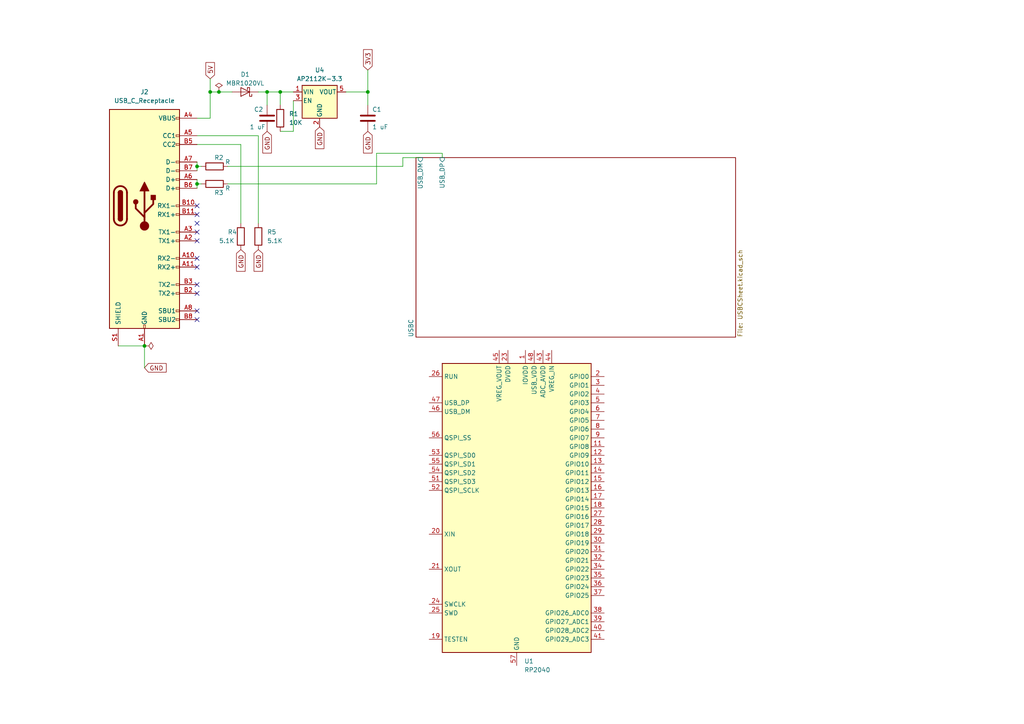
<source format=kicad_sch>
(kicad_sch (version 20230121) (generator eeschema)
  (paper "A4")
  (lib_symbols
    (symbol "Connector:USB_C_Receptacle" (pin_names (offset 1.016))
      (property "Reference" "J" (at -10.16 29.21 0))
      (property "Value" "USB_C_Receptacle" (at 10.16 29.21 0))
      (symbol "USB_C_Receptacle_0_0"
        (rectangle (start -0.254 -35.56) (end 0.254 -34.544))
        (rectangle (start 10.16 -32.766) (end 9.144 -33.274))
        (rectangle (start 10.16 -30.226) (end 9.144 -30.734))
        (rectangle (start 10.16 -25.146) (end 9.144 -25.654))
        (rectangle (start 10.16 -22.606) (end 9.144 -23.114))
        (rectangle (start 10.16 -17.526) (end 9.144 -18.034))
        (rectangle (start 10.16 -14.986) (end 9.144 -15.494))
        (rectangle (start 10.16 -9.906) (end 9.144 -10.414))
        (rectangle (start 10.16 -7.366) (end 9.144 -7.874))
        (rectangle (start 10.16 -2.286) (end 9.144 -2.794))
        (rectangle (start 10.16 0.254) (end 9.144 -0.254))
        (rectangle (start 10.16 5.334) (end 9.144 4.826))
        (rectangle (start 10.16 7.874) (end 9.144 7.366))
        (rectangle (start 10.16 10.414) (end 9.144 9.906))
        (rectangle (start 10.16 12.954) (end 9.144 12.446))
        (rectangle (start 10.16 18.034) (end 9.144 17.526))
        (rectangle (start 10.16 20.574) (end 9.144 20.066))
        (rectangle (start 10.16 25.654) (end 9.144 25.146))
      )
      (symbol "USB_C_Receptacle_0_1"
        (rectangle (start -10.16 27.94) (end 10.16 -35.56) (stroke (width 0.254)) (fill (type background)))
        (arc (start -8.89 -3.81) (mid -6.985 -5.7067) (end -5.08 -3.81) (stroke (width 0.508)))
        (arc (start -7.62 -3.81) (mid -6.985 -4.4423) (end -6.35 -3.81) (stroke (width 0.254)))
        (arc (start -7.62 -3.81) (mid -6.985 -4.4423) (end -6.35 -3.81) (stroke (width 0.254)) (fill (type outline)))
        (rectangle (start -7.62 -3.81) (end -6.35 3.81) (stroke (width 0.254)) (fill (type outline)))
        (arc (start -6.35 3.81) (mid -6.985 4.4423) (end -7.62 3.81) (stroke (width 0.254)))
        (arc (start -6.35 3.81) (mid -6.985 4.4423) (end -7.62 3.81) (stroke (width 0.254)) (fill (type outline)))
        (arc (start -5.08 3.81) (mid -6.985 5.7067) (end -8.89 3.81) (stroke (width 0.508)))
        (polyline (pts (xy -8.89 -3.81) (xy -8.89 3.81)) (stroke (width 0.508)))
        (polyline (pts (xy -5.08 3.81) (xy -5.08 -3.81)) (stroke (width 0.508)))
      )
      (symbol "USB_C_Receptacle_1_1"
        (circle (center -2.54 1.143) (radius 0.635) (stroke (width 0.254)) (fill (type outline)))
        (circle (center 0 -5.842) (radius 1.27) (fill (type outline)))
        (polyline (pts (xy 0 -5.842) (xy 0 4.318)) (stroke (width 0.508)))
        (polyline (pts (xy 0 -3.302) (xy -2.54 -0.762) (xy -2.54 0.508)) (stroke (width 0.508)))
        (polyline (pts (xy 0 -2.032) (xy 2.54 0.508) (xy 2.54 1.778)) (stroke (width 0.508)))
        (polyline (pts (xy -1.27 4.318) (xy 0 6.858) (xy 1.27 4.318) (xy -1.27 4.318)) (stroke (width 0.254)) (fill (type outline)))
        (rectangle (start 1.905 1.778) (end 3.175 3.048) (stroke (width 0.254)) (fill (type outline)))
        (pin passive line (at 0 -40.64 90) (length 5.08) (name "GND") (number "A1"))
        (pin bidirectional line (at 15.24 -15.24 180) (length 5.08) (name "RX2-") (number "A10"))
        (pin bidirectional line (at 15.24 -17.78 180) (length 5.08) (name "RX2+") (number "A11"))
        (pin passive line (at 0 -40.64 90) (length 5.08) hide (name "GND") (number "A12"))
        (pin bidirectional line (at 15.24 -10.16 180) (length 5.08) (name "TX1+") (number "A2"))
        (pin bidirectional line (at 15.24 -7.62 180) (length 5.08) (name "TX1-") (number "A3"))
        (pin passive line (at 15.24 25.4 180) (length 5.08) (name "VBUS") (number "A4"))
        (pin bidirectional line (at 15.24 20.32 180) (length 5.08) (name "CC1") (number "A5"))
        (pin bidirectional line (at 15.24 7.62 180) (length 5.08) (name "D+") (number "A6"))
        (pin bidirectional line (at 15.24 12.7 180) (length 5.08) (name "D-") (number "A7"))
        (pin bidirectional line (at 15.24 -30.48 180) (length 5.08) (name "SBU1") (number "A8"))
        (pin passive line (at 15.24 25.4 180) (length 5.08) hide (name "VBUS") (number "A9"))
        (pin passive line (at 0 -40.64 90) (length 5.08) hide (name "GND") (number "B1"))
        (pin bidirectional line (at 15.24 0 180) (length 5.08) (name "RX1-") (number "B10"))
        (pin bidirectional line (at 15.24 -2.54 180) (length 5.08) (name "RX1+") (number "B11"))
        (pin passive line (at 0 -40.64 90) (length 5.08) hide (name "GND") (number "B12"))
        (pin bidirectional line (at 15.24 -25.4 180) (length 5.08) (name "TX2+") (number "B2"))
        (pin bidirectional line (at 15.24 -22.86 180) (length 5.08) (name "TX2-") (number "B3"))
        (pin passive line (at 15.24 25.4 180) (length 5.08) hide (name "VBUS") (number "B4"))
        (pin bidirectional line (at 15.24 17.78 180) (length 5.08) (name "CC2") (number "B5"))
        (pin bidirectional line (at 15.24 5.08 180) (length 5.08) (name "D+") (number "B6"))
        (pin bidirectional line (at 15.24 10.16 180) (length 5.08) (name "D-") (number "B7"))
        (pin bidirectional line (at 15.24 -33.02 180) (length 5.08) (name "SBU2") (number "B8"))
        (pin passive line (at 15.24 25.4 180) (length 5.08) hide (name "VBUS") (number "B9"))
        (pin passive line (at -7.62 -40.64 90) (length 5.08) (name "SHIELD") (number "S1"))
      )
    )
    (symbol "Device:C" (pin_numbers hide) (pin_names (offset 0.254))
      (property "Reference" "C" (at 0.635 2.54 0))
      (property "Value" "C" (at 0.635 -2.54 0))
      (symbol "C_0_1"
        (polyline (pts (xy -2.032 -0.762) (xy 2.032 -0.762)) (stroke (width 0.508)))
        (polyline (pts (xy -2.032 0.762) (xy 2.032 0.762)) (stroke (width 0.508)))
      )
      (symbol "C_1_1"
        (pin passive line (at 0 3.81 270) (length 2.794) (name "~") (number "1"))
        (pin passive line (at 0 -3.81 90) (length 2.794) (name "~") (number "2"))
      )
    )
    (symbol "Device:R" (pin_numbers hide) (pin_names (offset 0))
      (property "Reference" "R" (at 2.032 0 90))
      (property "Value" "R" (at 0 0 90))
      (symbol "R_0_1"
        (rectangle (start -1.016 -2.54) (end 1.016 2.54) (stroke (width 0.254)))
      )
      (symbol "R_1_1"
        (pin passive line (at 0 3.81 270) (length 1.27) (name "~") (number "1"))
        (pin passive line (at 0 -3.81 90) (length 1.27) (name "~") (number "2"))
      )
    )
    (symbol "Diode:MBR1020VL" (pin_numbers hide) (pin_names hide)
      (property "Reference" "D" (at 0 2.54 0))
      (property "Value" "MBR1020VL" (at 0 -2.54 0))
      (symbol "MBR1020VL_0_1"
        (polyline (pts (xy 1.27 0) (xy -1.27 0)))
        (polyline (pts (xy 1.27 1.27) (xy 1.27 -1.27) (xy -1.27 0) (xy 1.27 1.27)) (stroke (width 0.2032)))
        (polyline (pts (xy -1.905 0.635) (xy -1.905 1.27) (xy -1.27 1.27) (xy -1.27 -1.27) (xy -0.635 -1.27) (xy -0.635 -0.635)) (stroke (width 0.2032)))
      )
      (symbol "MBR1020VL_1_1"
        (pin passive line (at -3.81 0 0) (length 2.54) (name "K") (number "1"))
        (pin passive line (at 3.81 0 180) (length 2.54) (name "A") (number "2"))
      )
    )
    (symbol "MCU_RaspberryPi:RP2040"
      (property "Reference" "U" (at 17.78 45.72 0))
      (property "Value" "RP2040" (at 17.78 43.18 0))
      (symbol "RP2040_0_1"
        (rectangle (start -21.59 41.91) (end 21.59 -41.91) (stroke (width 0.254)) (fill (type background)))
      )
      (symbol "RP2040_1_1"
        (pin power_in line (at 2.54 45.72 270) (length 3.81) (name "IOVDD") (number "1"))
        (pin passive line (at 2.54 45.72 270) (length 3.81) hide (name "IOVDD") (number "10"))
        (pin bidirectional line (at 25.4 17.78 180) (length 3.81) (name "GPIO8") (number "11"))
        (pin bidirectional line (at 25.4 15.24 180) (length 3.81) (name "GPIO9") (number "12"))
        (pin bidirectional line (at 25.4 12.7 180) (length 3.81) (name "GPIO10") (number "13"))
        (pin bidirectional line (at 25.4 10.16 180) (length 3.81) (name "GPIO11") (number "14"))
        (pin bidirectional line (at 25.4 7.62 180) (length 3.81) (name "GPIO12") (number "15"))
        (pin bidirectional line (at 25.4 5.08 180) (length 3.81) (name "GPIO13") (number "16"))
        (pin bidirectional line (at 25.4 2.54 180) (length 3.81) (name "GPIO14") (number "17"))
        (pin bidirectional line (at 25.4 0 180) (length 3.81) (name "GPIO15") (number "18"))
        (pin input line (at -25.4 -38.1 0) (length 3.81) (name "TESTEN") (number "19"))
        (pin bidirectional line (at 25.4 38.1 180) (length 3.81) (name "GPIO0") (number "2"))
        (pin input line (at -25.4 -7.62 0) (length 3.81) (name "XIN") (number "20"))
        (pin passive line (at -25.4 -17.78 0) (length 3.81) (name "XOUT") (number "21"))
        (pin passive line (at 2.54 45.72 270) (length 3.81) hide (name "IOVDD") (number "22"))
        (pin power_in line (at -2.54 45.72 270) (length 3.81) (name "DVDD") (number "23"))
        (pin input line (at -25.4 -27.94 0) (length 3.81) (name "SWCLK") (number "24"))
        (pin bidirectional line (at -25.4 -30.48 0) (length 3.81) (name "SWD") (number "25"))
        (pin input line (at -25.4 38.1 0) (length 3.81) (name "RUN") (number "26"))
        (pin bidirectional line (at 25.4 -2.54 180) (length 3.81) (name "GPIO16") (number "27"))
        (pin bidirectional line (at 25.4 -5.08 180) (length 3.81) (name "GPIO17") (number "28"))
        (pin bidirectional line (at 25.4 -7.62 180) (length 3.81) (name "GPIO18") (number "29"))
        (pin bidirectional line (at 25.4 35.56 180) (length 3.81) (name "GPIO1") (number "3"))
        (pin bidirectional line (at 25.4 -10.16 180) (length 3.81) (name "GPIO19") (number "30"))
        (pin bidirectional line (at 25.4 -12.7 180) (length 3.81) (name "GPIO20") (number "31"))
        (pin bidirectional line (at 25.4 -15.24 180) (length 3.81) (name "GPIO21") (number "32"))
        (pin passive line (at 2.54 45.72 270) (length 3.81) hide (name "IOVDD") (number "33"))
        (pin bidirectional line (at 25.4 -17.78 180) (length 3.81) (name "GPIO22") (number "34"))
        (pin bidirectional line (at 25.4 -20.32 180) (length 3.81) (name "GPIO23") (number "35"))
        (pin bidirectional line (at 25.4 -22.86 180) (length 3.81) (name "GPIO24") (number "36"))
        (pin bidirectional line (at 25.4 -25.4 180) (length 3.81) (name "GPIO25") (number "37"))
        (pin bidirectional line (at 25.4 -30.48 180) (length 3.81) (name "GPIO26_ADC0") (number "38"))
        (pin bidirectional line (at 25.4 -33.02 180) (length 3.81) (name "GPIO27_ADC1") (number "39"))
        (pin bidirectional line (at 25.4 33.02 180) (length 3.81) (name "GPIO2") (number "4"))
        (pin bidirectional line (at 25.4 -35.56 180) (length 3.81) (name "GPIO28_ADC2") (number "40"))
        (pin bidirectional line (at 25.4 -38.1 180) (length 3.81) (name "GPIO29_ADC3") (number "41"))
        (pin passive line (at 2.54 45.72 270) (length 3.81) hide (name "IOVDD") (number "42"))
        (pin power_in line (at 7.62 45.72 270) (length 3.81) (name "ADC_AVDD") (number "43"))
        (pin power_in line (at 10.16 45.72 270) (length 3.81) (name "VREG_IN") (number "44"))
        (pin power_out line (at -5.08 45.72 270) (length 3.81) (name "VREG_VOUT") (number "45"))
        (pin bidirectional line (at -25.4 27.94 0) (length 3.81) (name "USB_DM") (number "46"))
        (pin bidirectional line (at -25.4 30.48 0) (length 3.81) (name "USB_DP") (number "47"))
        (pin power_in line (at 5.08 45.72 270) (length 3.81) (name "USB_VDD") (number "48"))
        (pin passive line (at 2.54 45.72 270) (length 3.81) hide (name "IOVDD") (number "49"))
        (pin bidirectional line (at 25.4 30.48 180) (length 3.81) (name "GPIO3") (number "5"))
        (pin passive line (at -2.54 45.72 270) (length 3.81) hide (name "DVDD") (number "50"))
        (pin bidirectional line (at -25.4 7.62 0) (length 3.81) (name "QSPI_SD3") (number "51"))
        (pin output line (at -25.4 5.08 0) (length 3.81) (name "QSPI_SCLK") (number "52"))
        (pin bidirectional line (at -25.4 15.24 0) (length 3.81) (name "QSPI_SD0") (number "53"))
        (pin bidirectional line (at -25.4 10.16 0) (length 3.81) (name "QSPI_SD2") (number "54"))
        (pin bidirectional line (at -25.4 12.7 0) (length 3.81) (name "QSPI_SD1") (number "55"))
        (pin bidirectional line (at -25.4 20.32 0) (length 3.81) (name "QSPI_SS") (number "56"))
        (pin power_in line (at 0 -45.72 90) (length 3.81) (name "GND") (number "57"))
        (pin bidirectional line (at 25.4 27.94 180) (length 3.81) (name "GPIO4") (number "6"))
        (pin bidirectional line (at 25.4 25.4 180) (length 3.81) (name "GPIO5") (number "7"))
        (pin bidirectional line (at 25.4 22.86 180) (length 3.81) (name "GPIO6") (number "8"))
        (pin bidirectional line (at 25.4 20.32 180) (length 3.81) (name "GPIO7") (number "9"))
      )
    )
    (symbol "Regulator_Linear:AP2112K-3.3" (pin_names (offset 0.254))
      (property "Reference" "U" (at -5.08 5.715 0))
      (property "Value" "AP2112K-3.3" (at 0 5.715 0))
      (symbol "AP2112K-3.3_0_1"
        (rectangle (start -5.08 4.445) (end 5.08 -5.08) (stroke (width 0.254)) (fill (type background)))
      )
      (symbol "AP2112K-3.3_1_1"
        (pin power_in line (at -7.62 2.54 0) (length 2.54) (name "VIN") (number "1"))
        (pin power_in line (at 0 -7.62 90) (length 2.54) (name "GND") (number "2"))
        (pin input line (at -7.62 0 0) (length 2.54) (name "EN") (number "3"))
        (pin no_connect line (at 5.08 0 180) (length 2.54) hide (name "NC") (number "4"))
        (pin power_out line (at 7.62 2.54 180) (length 2.54) (name "VOUT") (number "5"))
      )
    )
    (symbol "power:PWR_FLAG" (power) (pin_numbers hide) (pin_names (offset 0) hide)
      (property "Value" "PWR_FLAG" (at 0 3.81 0))
      (symbol "PWR_FLAG_0_0"
        (pin power_out line (at 0 0 90) (length 0) (name "pwr") (number "1"))
      )
      (symbol "PWR_FLAG_0_1"
        (polyline (pts (xy 0 0) (xy 0 1.27) (xy -1.016 1.905) (xy 0 2.54) (xy 1.016 1.905) (xy 0 1.27)))
      )
    )
  )
  (junction (at 57.15 53.34))
  (junction (at 60.96 26.67))
  (junction (at 77.47 26.67))
  (junction (at 57.15 48.26))
  (junction (at 106.68 26.67))
  (junction (at 81.28 26.67))
  (junction (at 63.5 26.67))
  (junction (at 41.91 100.33))
  (no_connect (at 57.15 82.55))
  (no_connect (at 57.15 67.31))
  (no_connect (at 57.15 85.09))
  (no_connect (at 57.15 62.23))
  (no_connect (at 57.15 74.93))
  (no_connect (at 57.15 92.71))
  (no_connect (at 57.15 77.47))
  (no_connect (at 57.15 69.85))
  (no_connect (at 57.15 90.17))
  (no_connect (at 57.15 64.77))
  (no_connect (at 57.15 59.69))
  (wire (pts (xy 41.91 100.33) (xy 41.91 106.68)))
  (wire (pts (xy 57.15 53.34) (xy 57.15 54.61)))
  (wire (pts (xy 116.84 45.72) (xy 116.84 48.26)))
  (wire (pts (xy 128.27 45.72) (xy 128.27 44.45)))
  (wire (pts (xy 57.15 34.29) (xy 60.96 34.29)))
  (wire (pts (xy 57.15 41.91) (xy 69.85 41.91)))
  (wire (pts (xy 81.28 26.67) (xy 81.28 30.48)))
  (wire (pts (xy 116.84 48.26) (xy 66.04 48.26)))
  (wire (pts (xy 109.22 44.45) (xy 109.22 53.34)))
  (wire (pts (xy 58.42 53.34) (xy 57.15 53.34)))
  (wire (pts (xy 67.31 26.67) (xy 63.5 26.67)))
  (wire (pts (xy 106.68 20.32) (xy 106.68 26.67)))
  (wire (pts (xy 128.27 44.45) (xy 109.22 44.45)))
  (wire (pts (xy 77.47 26.67) (xy 77.47 30.48)))
  (wire (pts (xy 60.96 22.86) (xy 60.96 26.67)))
  (wire (pts (xy 81.28 26.67) (xy 85.09 26.67)))
  (wire (pts (xy 121.92 45.72) (xy 116.84 45.72)))
  (wire (pts (xy 57.15 48.26) (xy 57.15 49.53)))
  (wire (pts (xy 100.33 26.67) (xy 106.68 26.67)))
  (wire (pts (xy 85.09 29.21) (xy 85.09 38.1)))
  (wire (pts (xy 57.15 39.37) (xy 74.93 39.37)))
  (wire (pts (xy 106.68 26.67) (xy 106.68 30.48)))
  (wire (pts (xy 58.42 48.26) (xy 57.15 48.26)))
  (wire (pts (xy 57.15 46.99) (xy 57.15 48.26)))
  (wire (pts (xy 57.15 52.07) (xy 57.15 53.34)))
  (wire (pts (xy 74.93 39.37) (xy 74.93 64.77)))
  (wire (pts (xy 77.47 26.67) (xy 81.28 26.67)))
  (wire (pts (xy 85.09 38.1) (xy 81.28 38.1)))
  (wire (pts (xy 74.93 26.67) (xy 77.47 26.67)))
  (wire (pts (xy 34.29 100.33) (xy 41.91 100.33)))
  (wire (pts (xy 60.96 34.29) (xy 60.96 26.67)))
  (wire (pts (xy 63.5 26.67) (xy 60.96 26.67)))
  (wire (pts (xy 109.22 53.34) (xy 66.04 53.34)))
  (wire (pts (xy 69.85 41.91) (xy 69.85 64.77)))
  (global_label "GND" (shape input) (at 106.68 38.1 270) (property "Intersheetrefs" "${INTERSHEET_REFS}" (effects hide)))
  (global_label "5V" (shape input) (at 60.96 22.86 90) (property "Intersheetrefs" "${INTERSHEET_REFS}" (effects hide)))
  (global_label "GND" (shape input) (at 92.71 36.83 270) (property "Intersheetrefs" "${INTERSHEET_REFS}" (effects hide)))
  (global_label "GND" (shape input) (at 41.91 106.68 0) (property "Intersheetrefs" "${INTERSHEET_REFS}" (effects hide)))
  (global_label "GND" (shape input) (at 77.47 38.1 270) (property "Intersheetrefs" "${INTERSHEET_REFS}" (effects hide)))
  (global_label "GND" (shape input) (at 69.85 72.39 270) (property "Intersheetrefs" "${INTERSHEET_REFS}" (effects hide)))
  (global_label "GND" (shape input) (at 74.93 72.39 270) (property "Intersheetrefs" "${INTERSHEET_REFS}" (effects hide)))
  (global_label "3V3" (shape input) (at 106.68 20.32 90) (property "Intersheetrefs" "${INTERSHEET_REFS}" (effects hide)))
  (symbol (lib_id "power:PWR_FLAG") (at 63.5 26.67 0) (unit 1)
    (property "Reference" "#FLG01" (effects hide))
    (property "Value" "PWR_FLAG" (effects hide))
  )
  (symbol (lib_id "Device:R") (at 69.85 68.58 0) (unit 1)
    (property "Reference" "R4" (at 66.04 67.31 0) (effects (justify left)))
    (property "Value" "5.1K" (at 63.5 69.85 0) (effects (justify left)))
  )
  (symbol (lib_id "power:PWR_FLAG") (at 41.91 100.33 270) (unit 1)
    (property "Reference" "#FLG02" (effects hide))
    (property "Value" "PWR_FLAG" (effects hide))
  )
  (symbol (lib_id "Device:R") (at 62.23 53.34 90) (unit 1)
    (property "Reference" "R3" (at 63.5 55.88 90))
    (property "Value" "R" (at 66.04 54.61 90))
  )
  (symbol (lib_id "Device:R") (at 62.23 48.26 90) (unit 1)
    (property "Reference" "R2" (at 63.5 45.72 90))
    (property "Value" "R" (at 66.04 46.99 90))
  )
  (symbol (lib_id "MCU_RaspberryPi:RP2040") (at 149.86 147.32 0) (unit 1)
    (property "Reference" "U1" (at 152.0541 191.77 0) (effects (justify left)))
    (property "Value" "RP2040" (at 152.0541 194.31 0) (effects (justify left)))
    (property "Footprint" "Package_DFN_QFN:QFN-56-1EP_7x7mm_P0.4mm_EP3.2x3.2mm" (effects hide))
    (property "Datasheet" "https://datasheets.raspberrypi.com/rp2040/rp2040-datasheet.pdf" (effects hide))
  )
  (symbol (lib_id "Regulator_Linear:AP2112K-3.3") (at 92.71 29.21 0) (unit 1)
    (property "Reference" "U4" (at 92.71 20.32 0))
    (property "Value" "AP2112K-3.3" (at 92.71 22.86 0))
    (property "Footprint" "Package_TO_SOT_SMD:SOT-23-5" (effects hide))
    (property "Datasheet" "https://www.diodes.com/assets/Datasheets/AP2112.pdf" (effects hide))
  )
  (symbol (lib_id "Device:C") (at 77.47 34.29 0) (unit 1)
    (property "Reference" "C2" (at 73.66 31.75 0) (effects (justify left)))
    (property "Value" "1 uF" (at 72.39 36.83 0) (effects (justify left)))
  )
  (symbol (lib_id "Diode:MBR1020VL") (at 71.12 26.67 180) (unit 1)
    (property "Reference" "D1" (at 71.12 21.59 0))
    (property "Value" "MBR1020VL" (at 71.12 24.13 0))
    (property "Footprint" "Diode_SMD:D_SOD-123F" (effects hide))
    (property "Datasheet" "https://www.onsemi.com/pub/Collateral/MBR1020VL-D.PDF" (effects hide))
  )
  (symbol (lib_id "Connector:USB_C_Receptacle") (at 41.91 59.69 0) (unit 1)
    (property "Reference" "J2" (at 41.91 26.67 0))
    (property "Value" "USB_C_Receptacle" (at 41.91 29.21 0))
    (property "Datasheet" "https://www.usb.org/sites/default/files/documents/usb_type-c.zip" (effects hide))
  )
  (symbol (lib_id "Device:C") (at 106.68 34.29 0) (unit 1)
    (property "Reference" "C1" (at 107.95 31.75 0) (effects (justify left)))
    (property "Value" "1 uF" (at 107.95 36.83 0) (effects (justify left)))
  )
  (symbol (lib_id "Device:R") (at 81.28 34.29 0) (unit 1)
    (property "Reference" "R1" (at 83.82 33.02 0) (effects (justify left)))
    (property "Value" "10K" (at 83.82 35.56 0) (effects (justify left)))
  )
  (symbol (lib_id "Device:R") (at 74.93 68.58 0) (unit 1)
    (property "Reference" "R5" (at 77.47 67.31 0) (effects (justify left)))
    (property "Value" "5.1K" (at 77.47 69.85 0) (effects (justify left)))
  )
  (sheet (at 120.65 45.72) (size 92.71 52.07) (stroke (width 0.1524))
    (property "Sheetname" "USBC" (at 119.9384 97.79 90) (effects (justify left bottom)))
    (property "Sheetfile" "USBCSheet.kicad_sch" (at 213.9446 97.79 90) (effects (justify left top)))
    (pin "USB_DM" input (at 121.92 45.72 90))
    (pin "USB_DP" input (at 128.27 45.72 90))
  )
)
</source>
